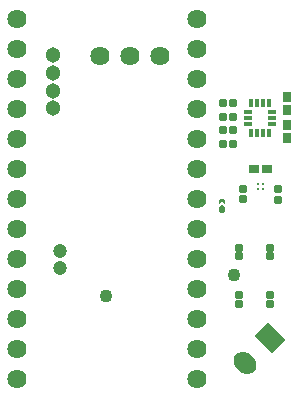
<source format=gts>
G04 Layer: TopSolderMaskLayer*
G04 EasyEDA Pro v2.2.40.8, 2025-10-17 17:16:52*
G04 Gerber Generator version 0.3*
G04 Scale: 100 percent, Rotated: No, Reflected: No*
G04 Dimensions in millimeters*
G04 Leading zeros omitted, absolute positions, 4 integers and 5 decimals*
G04 Generated by one-click*
%FSLAX45Y45*%
%MOMM*%
%AMRoundRect*1,1,$1,$2,$3*1,1,$1,$4,$5*1,1,$1,0-$2,0-$3*1,1,$1,0-$4,0-$5*20,1,$1,$2,$3,$4,$5,0*20,1,$1,$4,$5,0-$2,0-$3,0*20,1,$1,0-$2,0-$3,0-$4,0-$5,0*20,1,$1,0-$4,0-$5,$2,$3,0*4,1,4,$2,$3,$4,$5,0-$2,0-$3,0-$4,0-$5,$2,$3,0*%
%AMOval*1,1,$1,$2,$3*1,1,$1,$4,$5*20,1,$1,$2,$3,$4,$5,0*%
%ADD10C,1.102*%
%ADD11RoundRect,0.08771X-0.27695X-0.40199X-0.27695X0.40199*%
%ADD12RoundRect,0.08771X-0.40199X0.27695X0.40199X0.27695*%
%ADD13RoundRect,0.08771X-0.27695X-0.28977X-0.27695X0.28977*%
%ADD14RoundRect,0.08771X-0.28977X0.27695X0.28977X0.27695*%
%ADD15RoundRect,0.0882X-0.2819X0.2819X0.2819X0.2819*%
%ADD16C,0.3003*%
%ADD17C,0.3*%
%ADD18C,1.626*%
%ADD19C,1.302*%
%ADD20C,1.202*%
%ADD21Oval,1.6016X-0.17678X0.17678X0.17678X-0.17678*%
%ADD22RoundRect,0.09554X-1.24172X0.17678X-0.17678X1.24172*%
%ADD23RoundRect,0.1088X-0.1156X-0.3131X-0.1156X0.3131*%
%ADD24RoundRect,0.1088X-0.3131X-0.1156X-0.3131X0.1156*%
G75*


G04 Pad Start*
G54D10*
G01X875043Y830041D03*
G01X1960100Y1002500D03*
G36*
G01X1836553Y1540079D02*
G01X1836553Y1578008D01*
G02X1838017Y1581543I5000J0D01*
G01X1858017Y1601543D01*
G02X1865088Y1601543I3536J-3535D01*
G01X1885088Y1581542D01*
G02X1886553Y1578006I-3536J-3536D01*
G01X1886553Y1540079D01*
G02X1876553Y1530079I-10000J0D01*
G01X1846553Y1530079D01*
G02X1836553Y1540079I0J10000D01*
G37*
G36*
G01X1846553Y1650079D02*
G01X1876553Y1650079D01*
G02X1886553Y1640079I0J-10000D01*
G01X1886553Y1612150D01*
G02X1878017Y1608615I-5000J0D01*
G01X1865088Y1621543D01*
G03X1858017Y1621543I-3536J-3536D01*
G01X1845089Y1608615D01*
G02X1836553Y1612150I-3535J3536D01*
G01X1836553Y1640079D01*
G02X1846553Y1650079I10000J0D01*
G37*
G54D11*
G01X2410118Y2274617D03*
G01X2410118Y2165600D03*
G01X2410118Y2400611D03*
G01X2410118Y2509628D03*
G54D12*
G01X2239615Y1900093D03*
G01X2130598Y1900093D03*
G54D13*
G01X2037599Y1646801D03*
G01X2037599Y1733364D03*
G01X2335114Y1644301D03*
G01X2335114Y1730864D03*
G54D14*
G01X1871812Y2112603D03*
G01X1958375Y2112603D03*
G01X1871812Y2230109D03*
G01X1958375Y2230109D03*
G01X1871812Y2347615D03*
G01X1958375Y2347615D03*
G01X1871812Y2465120D03*
G01X1958375Y2465120D03*
G54D15*
G01X2002501Y1237503D03*
G01X2267499Y1237503D03*
G01X2002501Y1162497D03*
G01X2267499Y1162497D03*
G01X2002501Y837503D03*
G01X2267499Y837503D03*
G01X2002501Y762497D03*
G01X2267499Y762497D03*
G54D17*
G01X2165104Y1732596D03*
G01X2165104Y1772575D03*
G01X2205109Y1732596D03*
G01X2205109Y1772575D03*
G54D18*
G01X1647043Y126081D03*
G01X1647043Y380081D03*
G01X1647043Y634081D03*
G01X1647043Y888081D03*
G01X1647043Y1142081D03*
G01X1647043Y1396081D03*
G01X1647043Y1650081D03*
G01X1647043Y1904081D03*
G01X1647043Y2158081D03*
G01X1647043Y2412081D03*
G01X1647043Y2666081D03*
G01X1647043Y2920081D03*
G01X1647043Y3174081D03*
G01X123043Y3174081D03*
G01X123043Y2920081D03*
G01X123043Y2666081D03*
G01X123043Y2412081D03*
G01X123043Y2158081D03*
G01X123043Y1904081D03*
G01X123043Y1650081D03*
G01X123043Y1396081D03*
G01X123043Y1142081D03*
G01X123043Y888081D03*
G01X123043Y634081D03*
G01X123043Y380081D03*
G01X123043Y126081D03*
G01X1339090Y2858706D03*
G01X1085090Y2858706D03*
G01X831090Y2858706D03*
G54D19*
G01X427132Y2866591D03*
G01X427132Y2716591D03*
G01X427132Y2566591D03*
G01X427132Y2416591D03*
G54D20*
G01X488661Y1064010D03*
G01X488661Y1205774D03*
G54D21*
G01X2055100Y260013D03*
G54D22*
G01X2267232Y472145D03*
G54D23*
G01X2108927Y2211253D03*
G01X2158940Y2211253D03*
G01X2208927Y2211253D03*
G01X2258939Y2211253D03*
G54D24*
G01X2285178Y2287453D03*
G01X2285178Y2337440D03*
G01X2285178Y2387453D03*
G54D23*
G01X2258939Y2463653D03*
G01X2208927Y2463653D03*
G01X2158940Y2463653D03*
G01X2108927Y2463653D03*
G54D24*
G01X2082689Y2387453D03*
G01X2082689Y2337440D03*
G01X2082689Y2287453D03*
G04 Pad End*

M02*


</source>
